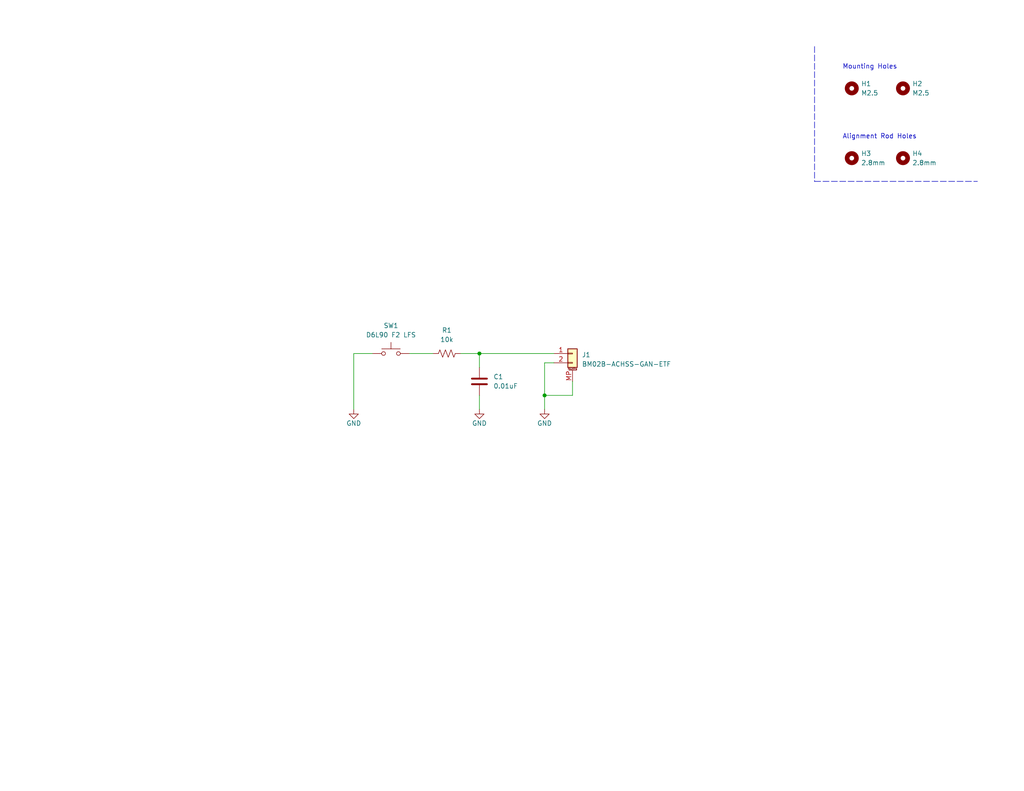
<source format=kicad_sch>
(kicad_sch (version 20231120) (generator "eeschema") (generator_version "8.0")
  (paper "A")
  (title_block (title "Ahsoka's Primary Lightsaber Button Board") (date "2024-06-12") (rev "0") (comment 1 "Isaac Rex"))
  (lib_symbols
    (symbol "Connector_Generic_MountingPin:Conn_01x02_MountingPin" (pin_names (offset 1.016) hide)
      (property "Reference" "J" (at 0 2.54 0))
      (property "Value" "Conn_01x02_MountingPin" (at 1.27 -5.08 0))
      (symbol "Conn_01x02_MountingPin_1_1"
        (rectangle (start -1.27 -2.413) (end 0 -2.667) (stroke (width 0.1524)))
        (rectangle (start -1.27 0.127) (end 0 -0.127) (stroke (width 0.1524)))
        (rectangle (start -1.27 1.27) (end 1.27 -3.81) (stroke (width 0.254)) (fill (type background)))
        (polyline (pts (xy -1.016 -4.572) (xy 1.016 -4.572)) (stroke (width 0.1524)))
        (text "Mounting" (at 0 -4.191 0) (effects (font (size 0.381 0.381))))
        (pin passive line (at -5.08 0 0) (length 3.81) (name "Pin_1") (number "1"))
        (pin passive line (at -5.08 -2.54 0) (length 3.81) (name "Pin_2") (number "2"))
        (pin passive line (at 0 -7.62 90) (length 3.048) (name "MountPin") (number "MP"))
      )
    )
    (symbol "Device:C" (pin_numbers hide) (pin_names (offset 0.254))
      (property "Reference" "C" (at 0.635 2.54 0))
      (property "Value" "C" (at 0.635 -2.54 0))
      (symbol "C_0_1"
        (polyline (pts (xy -2.032 -0.762) (xy 2.032 -0.762)) (stroke (width 0.508)))
        (polyline (pts (xy -2.032 0.762) (xy 2.032 0.762)) (stroke (width 0.508)))
      )
      (symbol "C_1_1"
        (pin passive line (at 0 3.81 270) (length 2.794) (name "~") (number "1"))
        (pin passive line (at 0 -3.81 90) (length 2.794) (name "~") (number "2"))
      )
    )
    (symbol "Device:R_US" (pin_numbers hide) (pin_names (offset 0))
      (property "Reference" "R" (at 2.54 0 90))
      (property "Value" "R_US" (at -2.54 0 90))
      (symbol "R_US_0_1"
        (polyline (pts (xy 0 -2.286) (xy 0 -2.54)))
        (polyline (pts (xy 0 2.286) (xy 0 2.54)))
        (polyline (pts (xy 0 -0.762) (xy 1.016 -1.143) (xy 0 -1.524) (xy -1.016 -1.905) (xy 0 -2.286)))
        (polyline (pts (xy 0 0.762) (xy 1.016 0.381) (xy 0 0) (xy -1.016 -0.381) (xy 0 -0.762)))
        (polyline (pts (xy 0 2.286) (xy 1.016 1.905) (xy 0 1.524) (xy -1.016 1.143) (xy 0 0.762)))
      )
      (symbol "R_US_1_1"
        (pin passive line (at 0 3.81 270) (length 1.27) (name "~") (number "1"))
        (pin passive line (at 0 -3.81 90) (length 1.27) (name "~") (number "2"))
      )
    )
    (symbol "Mechanical:MountingHole" (pin_names (offset 1.016))
      (property "Reference" "H" (at 0 5.08 0))
      (property "Value" "MountingHole" (at 0 3.175 0))
      (symbol "MountingHole_0_1"
        (circle (center 0 0) (radius 1.27) (stroke (width 1.27)))
      )
    )
    (symbol "Switch:SW_Push" (pin_numbers hide) (pin_names (offset 1.016) hide)
      (property "Reference" "SW" (at 1.27 2.54 0))
      (property "Value" "SW_Push" (at 0 -1.524 0))
      (symbol "SW_Push_0_1"
        (circle (center -2.032 0) (radius 0.508))
        (polyline (pts (xy 0 1.27) (xy 0 3.048)))
        (polyline (pts (xy 2.54 1.27) (xy -2.54 1.27)))
        (circle (center 2.032 0) (radius 0.508))
        (pin passive line (at -5.08 0 0) (length 2.54) (name "1") (number "1"))
        (pin passive line (at 5.08 0 180) (length 2.54) (name "2") (number "2"))
      )
    )
    (symbol "power:GND" (power) (pin_names (offset 0))
      (property "Value" "GND" (at 0 -3.81 0))
      (symbol "GND_0_1"
        (polyline (pts (xy 0 0) (xy 0 -1.27) (xy 1.27 -1.27) (xy 0 -2.54) (xy -1.27 -1.27) (xy 0 -1.27)))
      )
      (symbol "GND_1_1"
        (pin power_in line (at 0 0 270) (length 0) hide (name "GND") (number "1"))
      )
    )
  )
  (junction (at 148.59 107.95))
  (junction (at 130.81 96.52))
  (wire (pts (xy 156.21 104.14) (xy 156.21 107.95)))
  (polyline (pts (xy 222.25 49.53) (xy 266.7 49.53)) (stroke (width 0) (type dash)))
  (wire (pts (xy 96.52 111.76) (xy 96.52 96.52)))
  (wire (pts (xy 130.81 96.52) (xy 130.81 100.33)))
  (wire (pts (xy 130.81 107.95) (xy 130.81 111.76)))
  (polyline (pts (xy 222.25 12.7) (xy 222.25 49.53)) (stroke (width 0) (type dash)))
  (wire (pts (xy 148.59 107.95) (xy 148.59 111.76)))
  (wire (pts (xy 96.52 96.52) (xy 101.6 96.52)))
  (wire (pts (xy 111.76 96.52) (xy 118.11 96.52)))
  (wire (pts (xy 148.59 99.06) (xy 148.59 107.95)))
  (wire (pts (xy 156.21 107.95) (xy 148.59 107.95)))
  (wire (pts (xy 125.73 96.52) (xy 130.81 96.52)))
  (wire (pts (xy 130.81 96.52) (xy 151.13 96.52)))
  (wire (pts (xy 151.13 99.06) (xy 148.59 99.06)))
  (text "Alignment Rod Holes" (at 229.87 38.1 0) (effects (font (size 1.27 1.27)) (justify left bottom)))
  (text "Mounting Holes" (at 229.87 19.05 0) (effects (font (size 1.27 1.27)) (justify left bottom)))
  (symbol (lib_id "power:GND") (at 148.59 111.76 0) (unit 1)
    (property "Reference" "#PWR03" (effects (hide yes)))
    (property "Value" "GND" (at 148.59 115.57 0))
  )
  (symbol (lib_id "Device:R_US") (at 121.92 96.52 90) (unit 1)
    (property "Reference" "R1" (at 121.92 90.17 90))
    (property "Value" "10k" (at 121.92 92.71 90))
    (property "Footprint" "Resistor_SMD:R_0603_1608Metric_Pad0.98x0.95mm_HandSolder" (effects (hide yes)))
    (property "DigiKey PN" "CR0603-FX-1002ELFCT-ND" (effects (hide yes)))
  )
  (symbol (lib_id "Device:C") (at 130.81 104.14 0) (unit 1)
    (property "Reference" "C1" (at 134.62 102.87 0) (effects (justify left)))
    (property "Value" "0.01uF" (at 134.62 105.41 0) (effects (justify left)))
    (property "Footprint" "Capacitor_SMD:C_0603_1608Metric_Pad1.08x0.95mm_HandSolder" (effects (hide yes)))
    (property "DigiKey PN" "1276-CL10B103KB8NNNDCT-ND" (effects (hide yes)))
  )
  (symbol (lib_id "Mechanical:MountingHole") (at 246.38 43.18 0) (unit 1)
    (property "Reference" "H4" (at 248.92 41.91 0) (effects (justify left)))
    (property "Value" "2.8mm" (at 248.92 44.45 0) (effects (justify left)))
    (property "Footprint" "irex_MountingHole:MountingHole_2.8mm_ReducedCourtyard" (effects (hide yes)))
  )
  (symbol (lib_id "power:GND") (at 96.52 111.76 0) (unit 1)
    (property "Reference" "#PWR01" (effects (hide yes)))
    (property "Value" "GND" (at 96.52 115.57 0))
  )
  (symbol (lib_id "Mechanical:MountingHole") (at 246.38 24.13 0) (unit 1)
    (property "Reference" "H2" (at 248.92 22.86 0) (effects (justify left)))
    (property "Value" "M2.5" (at 248.92 25.4 0) (effects (justify left)))
    (property "Footprint" "MountingHole:MountingHole_2.7mm_M2.5" (effects (hide yes)))
  )
  (symbol (lib_id "Switch:SW_Push") (at 106.68 96.52 0) (unit 1)
    (property "Reference" "SW1" (at 106.68 88.9 0))
    (property "Value" "D6L90 F2 LFS" (at 106.68 91.44 0))
    (property "Footprint" "irex_Button_Switch_THT:SW_CK_D6LxxxxLFS" (effects (hide yes)))
    (property "Datasheet" "https://www.ckswitches.com/media/1341/d6.pdf" (effects (hide yes)))
    (property "DigiKey PN" "401-2019-ND" (effects (hide yes)))
  )
  (symbol (lib_id "Connector_Generic_MountingPin:Conn_01x02_MountingPin") (at 156.21 96.52 0) (unit 1)
    (property "Reference" "J1" (at 158.75 96.8756 0) (effects (justify left)))
    (property "Value" "BM02B-ACHSS-GAN-ETF" (at 158.75 99.4156 0) (effects (justify left)))
    (property "Footprint" "Connector_JST:JST_ACH_BM02B-ACHSS-GAN-ETF_1x02-1MP_P1.20mm_Vertical" (effects (hide yes)))
    (property "Datasheet" "https://www.jst-mfg.com/product/pdf/eng/eACH.pdf" (effects (hide yes)))
    (property "DigiKey PN" "455-BM02B-ACHSS-GAN-ETFCT-ND" (effects (hide yes)))
  )
  (symbol (lib_id "Mechanical:MountingHole") (at 232.41 24.13 0) (unit 1)
    (property "Reference" "H1" (at 234.95 22.86 0) (effects (justify left)))
    (property "Value" "M2.5" (at 234.95 25.4 0) (effects (justify left)))
    (property "Footprint" "MountingHole:MountingHole_2.7mm_M2.5" (effects (hide yes)))
  )
  (symbol (lib_id "Mechanical:MountingHole") (at 232.41 43.18 0) (unit 1)
    (property "Reference" "H3" (at 234.95 41.91 0) (effects (justify left)))
    (property "Value" "2.8mm" (at 234.95 44.45 0) (effects (justify left)))
    (property "Footprint" "irex_MountingHole:MountingHole_2.8mm_ReducedCourtyard" (effects (hide yes)))
  )
  (symbol (lib_id "power:GND") (at 130.81 111.76 0) (unit 1)
    (property "Reference" "#PWR02" (effects (hide yes)))
    (property "Value" "GND" (at 130.81 115.57 0))
  )
)
</source>
